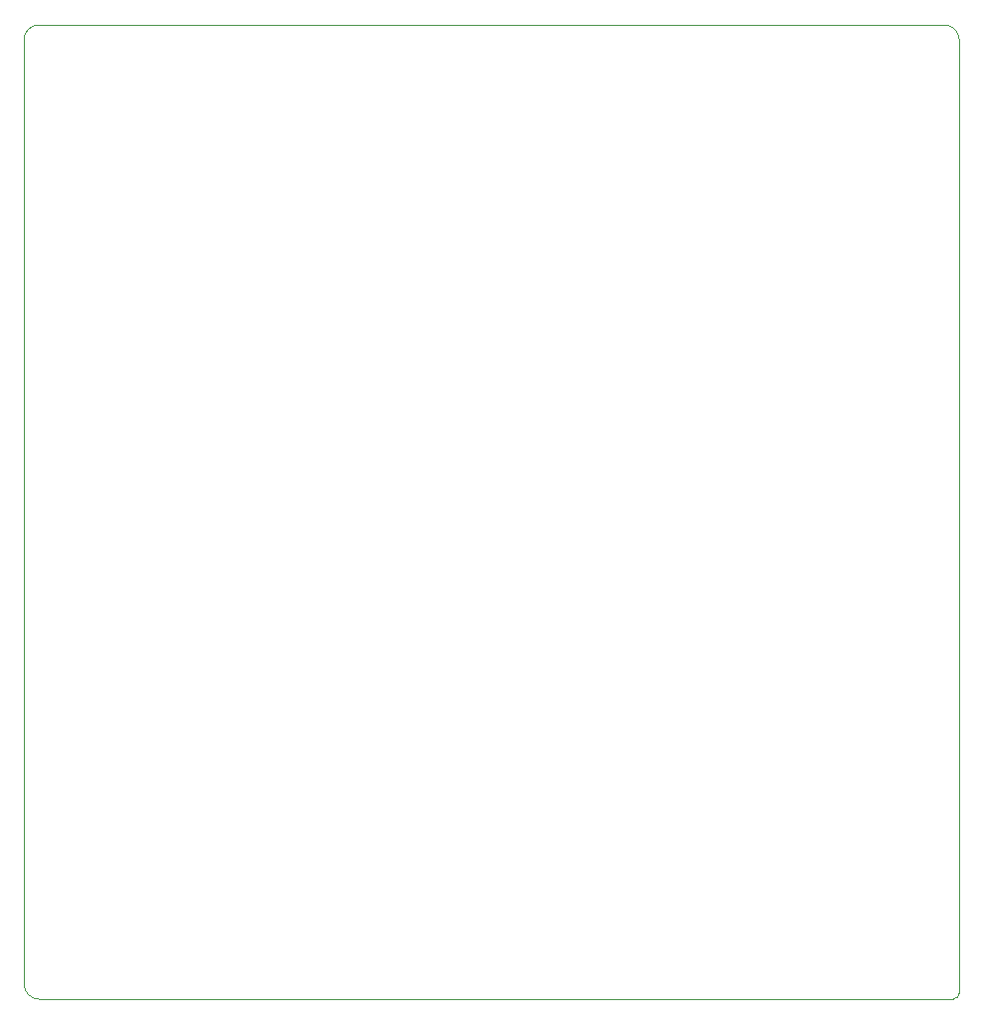
<source format=gko>
G04 Layer_Color=16711935*
%FSTAX24Y24*%
%MOIN*%
G70*
G01*
G75*
%ADD53C,0.0039*%
D53*
X01085Y04685D02*
G03*
X01035Y04635I0J-0005D01*
G01*
Y01475D02*
G03*
X01085Y01425I0005J0D01*
G01*
X04145D02*
G03*
X04165Y01445I0J0002D01*
G01*
Y04635D02*
G03*
X04115Y04685I-0005J0D01*
G01*
X01085D02*
X011D01*
X01035Y01475D02*
Y04635D01*
X01085Y01425D02*
X04145D01*
X04165Y01445D02*
Y04635D01*
X011Y04685D02*
X04115D01*
M02*

</source>
